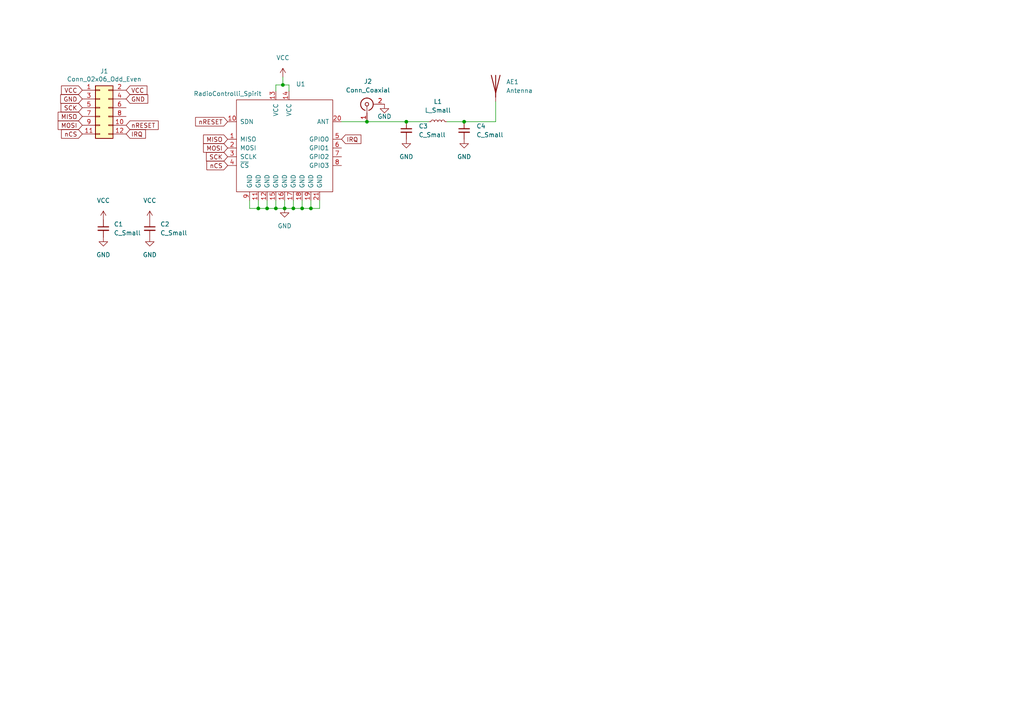
<source format=kicad_sch>
(kicad_sch (version 20211123) (generator eeschema)
  (paper "A4")
  (lib_symbols
    (symbol "AvS_RadioModule:RadioControlli_Spirit" (pin_names (offset 1.016))
      (property "Reference" "U" (at -8.89 10.16 0))
      (property "Value" "RadioControlli_Spirit" (at 1.27 0 0))
      (symbol "RadioControlli_Spirit_0_1"
        (rectangle (start -12.7 8.89) (end 15.24 -17.78))
      )
      (symbol "RadioControlli_Spirit_1_1"
        (pin output line (at -15.24 -2.54 0) (length 2.54) (name "MISO") (number "1"))
        (pin input line (at -15.24 2.54 0) (length 2.54) (name "SDN") (number "10"))
        (pin power_in line (at -6.35 -20.32 90) (length 2.54) (name "GND") (number "11"))
        (pin power_in line (at -3.81 -20.32 90) (length 2.54) (name "GND") (number "12"))
        (pin power_in line (at -1.27 11.43 270) (length 2.54) (name "VCC") (number "13"))
        (pin power_in line (at 2.54 11.43 270) (length 2.54) (name "VCC") (number "14"))
        (pin power_in line (at -1.27 -20.32 90) (length 2.54) (name "GND") (number "15"))
        (pin power_in line (at 1.27 -20.32 90) (length 2.54) (name "GND") (number "16"))
        (pin power_in line (at 3.81 -20.32 90) (length 2.54) (name "GND") (number "17"))
        (pin power_in line (at 6.35 -20.32 90) (length 2.54) (name "GND") (number "18"))
        (pin power_in line (at 8.89 -20.32 90) (length 2.54) (name "GND") (number "19"))
        (pin input line (at -15.24 -5.08 0) (length 2.54) (name "MOSI") (number "2"))
        (pin bidirectional line (at 17.78 2.54 180) (length 2.54) (name "ANT") (number "20"))
        (pin power_in line (at 11.43 -20.32 90) (length 2.54) (name "GND") (number "21"))
        (pin input line (at -15.24 -7.62 0) (length 2.54) (name "SCLK") (number "3"))
        (pin input line (at -15.24 -10.16 0) (length 2.54) (name "~{CS}") (number "4"))
        (pin bidirectional line (at 17.78 -2.54 180) (length 2.54) (name "GPIO0") (number "5"))
        (pin bidirectional line (at 17.78 -5.08 180) (length 2.54) (name "GPIO1") (number "6"))
        (pin bidirectional line (at 17.78 -7.62 180) (length 2.54) (name "GPIO2") (number "7"))
        (pin bidirectional line (at 17.78 -10.16 180) (length 2.54) (name "GPIO3") (number "8"))
        (pin power_in line (at -8.89 -20.32 90) (length 2.54) (name "GND") (number "9"))
      )
    )
    (symbol "Connector:Conn_Coaxial" (pin_names (offset 1.016) hide)
      (property "Reference" "J" (at 0.254 3.048 0))
      (property "Value" "Conn_Coaxial" (at 2.921 0 90))
      (symbol "Conn_Coaxial_0_1"
        (arc (start -1.778 -0.508) (mid 0.2311 -1.8066) (end 1.778 0) (stroke (width 0.254)))
        (polyline (pts (xy -2.54 0) (xy -0.508 0)))
        (polyline (pts (xy 0 -2.54) (xy 0 -1.778)))
        (circle (center 0 0) (radius 0.508) (stroke (width 0.2032)))
        (arc (start 1.778 0) (mid 0.2099 1.8101) (end -1.778 0.508) (stroke (width 0.254)))
      )
      (symbol "Conn_Coaxial_1_1"
        (pin passive line (at -5.08 0 0) (length 2.54) (name "In") (number "1"))
        (pin passive line (at 0 -5.08 90) (length 2.54) (name "Ext") (number "2"))
      )
    )
    (symbol "Connector_Generic:Conn_02x06_Odd_Even" (pin_names (offset 1.016) hide)
      (property "Reference" "J" (at 1.27 7.62 0))
      (property "Value" "Conn_02x06_Odd_Even" (at 1.27 -10.16 0))
      (symbol "Conn_02x06_Odd_Even_1_1"
        (rectangle (start -1.27 -7.493) (end 0 -7.747) (stroke (width 0.1524)))
        (rectangle (start -1.27 -4.953) (end 0 -5.207) (stroke (width 0.1524)))
        (rectangle (start -1.27 -2.413) (end 0 -2.667) (stroke (width 0.1524)))
        (rectangle (start -1.27 0.127) (end 0 -0.127) (stroke (width 0.1524)))
        (rectangle (start -1.27 2.667) (end 0 2.413) (stroke (width 0.1524)))
        (rectangle (start -1.27 5.207) (end 0 4.953) (stroke (width 0.1524)))
        (rectangle (start -1.27 6.35) (end 3.81 -8.89) (stroke (width 0.254)) (fill (type background)))
        (rectangle (start 3.81 -7.493) (end 2.54 -7.747) (stroke (width 0.1524)))
        (rectangle (start 3.81 -4.953) (end 2.54 -5.207) (stroke (width 0.1524)))
        (rectangle (start 3.81 -2.413) (end 2.54 -2.667) (stroke (width 0.1524)))
        (rectangle (start 3.81 0.127) (end 2.54 -0.127) (stroke (width 0.1524)))
        (rectangle (start 3.81 2.667) (end 2.54 2.413) (stroke (width 0.1524)))
        (rectangle (start 3.81 5.207) (end 2.54 4.953) (stroke (width 0.1524)))
        (pin passive line (at -5.08 5.08 0) (length 3.81) (name "Pin_1") (number "1"))
        (pin passive line (at 7.62 -5.08 180) (length 3.81) (name "Pin_10") (number "10"))
        (pin passive line (at -5.08 -7.62 0) (length 3.81) (name "Pin_11") (number "11"))
        (pin passive line (at 7.62 -7.62 180) (length 3.81) (name "Pin_12") (number "12"))
        (pin passive line (at 7.62 5.08 180) (length 3.81) (name "Pin_2") (number "2"))
        (pin passive line (at -5.08 2.54 0) (length 3.81) (name "Pin_3") (number "3"))
        (pin passive line (at 7.62 2.54 180) (length 3.81) (name "Pin_4") (number "4"))
        (pin passive line (at -5.08 0 0) (length 3.81) (name "Pin_5") (number "5"))
        (pin passive line (at 7.62 0 180) (length 3.81) (name "Pin_6") (number "6"))
        (pin passive line (at -5.08 -2.54 0) (length 3.81) (name "Pin_7") (number "7"))
        (pin passive line (at 7.62 -2.54 180) (length 3.81) (name "Pin_8") (number "8"))
        (pin passive line (at -5.08 -5.08 0) (length 3.81) (name "Pin_9") (number "9"))
      )
    )
    (symbol "Device:Antenna" (pin_numbers hide) (pin_names (offset 1.016) hide)
      (property "Reference" "AE" (at -1.905 1.905 0))
      (property "Value" "Antenna" (at -1.905 0 0))
      (symbol "Antenna_0_1"
        (polyline (pts (xy 0 2.54) (xy 0 -3.81)) (stroke (width 0.254)))
        (polyline (pts (xy 1.27 2.54) (xy 0 -2.54) (xy -1.27 2.54)) (stroke (width 0.254)))
      )
      (symbol "Antenna_1_1"
        (pin input line (at 0 -5.08 90) (length 2.54) (name "A") (number "1"))
      )
    )
    (symbol "Device:C_Small" (pin_numbers hide) (pin_names (offset 0.254) hide)
      (property "Reference" "C" (at 0.254 1.778 0))
      (property "Value" "C_Small" (at 0.254 -2.032 0))
      (symbol "C_Small_0_1"
        (polyline (pts (xy -1.524 -0.508) (xy 1.524 -0.508)) (stroke (width 0.3302)))
        (polyline (pts (xy -1.524 0.508) (xy 1.524 0.508)) (stroke (width 0.3048)))
      )
      (symbol "C_Small_1_1"
        (pin passive line (at 0 2.54 270) (length 2.032) (name "~") (number "1"))
        (pin passive line (at 0 -2.54 90) (length 2.032) (name "~") (number "2"))
      )
    )
    (symbol "Device:L_Small" (pin_numbers hide) (pin_names (offset 0.254) hide)
      (property "Reference" "L" (at 0.762 1.016 0))
      (property "Value" "L_Small" (at 0.762 -1.016 0))
      (symbol "L_Small_0_1"
        (arc (start 0 -2.032) (mid 0.508 -1.524) (end 0 -1.016))
        (arc (start 0 -1.016) (mid 0.508 -0.508) (end 0 0))
        (arc (start 0 0) (mid 0.508 0.508) (end 0 1.016))
        (arc (start 0 1.016) (mid 0.508 1.524) (end 0 2.032))
      )
      (symbol "L_Small_1_1"
        (pin passive line (at 0 2.54 270) (length 0.508) (name "~") (number "1"))
        (pin passive line (at 0 -2.54 90) (length 0.508) (name "~") (number "2"))
      )
    )
    (symbol "power:GND" (power) (pin_names (offset 0))
      (property "Value" "GND" (at 0 -3.81 0))
      (symbol "GND_0_1"
        (polyline (pts (xy 0 0) (xy 0 -1.27) (xy 1.27 -1.27) (xy 0 -2.54) (xy -1.27 -1.27) (xy 0 -1.27)))
      )
      (symbol "GND_1_1"
        (pin power_in line (at 0 0 270) (length 0) hide (name "GND") (number "1"))
      )
    )
    (symbol "power:VCC" (power) (pin_names (offset 0))
      (property "Value" "VCC" (at 0 3.81 0))
      (symbol "VCC_0_1"
        (polyline (pts (xy -0.762 1.27) (xy 0 2.54)))
        (polyline (pts (xy 0 0) (xy 0 2.54)))
        (polyline (pts (xy 0 2.54) (xy 0.762 1.27)))
      )
      (symbol "VCC_1_1"
        (pin power_in line (at 0 0 90) (length 0) hide (name "VCC") (number "1"))
      )
    )
  )
  (junction (at 90.17 60.452))
  (junction (at 82.042 24.638))
  (junction (at 117.856 35.306))
  (junction (at 77.47 60.452))
  (junction (at 82.55 60.452))
  (junction (at 85.09 60.452))
  (junction (at 134.62 35.306))
  (junction (at 87.63 60.452))
  (junction (at 80.01 60.452))
  (junction (at 74.93 60.452))
  (junction (at 106.426 35.306))
  (wire (pts (xy 124.46 35.306) (xy 117.856 35.306)))
  (wire (pts (xy 80.01 26.416) (xy 80.01 24.638)))
  (wire (pts (xy 85.09 58.166) (xy 85.09 60.452)))
  (wire (pts (xy 129.54 35.306) (xy 134.62 35.306)))
  (wire (pts (xy 134.62 35.306) (xy 143.764 35.306)))
  (wire (pts (xy 90.17 58.166) (xy 90.17 60.452)))
  (wire (pts (xy 72.39 58.166) (xy 72.39 60.452)))
  (wire (pts (xy 82.55 60.452) (xy 85.09 60.452)))
  (wire (pts (xy 80.01 24.638) (xy 82.042 24.638)))
  (wire (pts (xy 99.06 35.306) (xy 106.426 35.306)))
  (wire (pts (xy 77.47 58.166) (xy 77.47 60.452)))
  (wire (pts (xy 77.47 60.452) (xy 80.01 60.452)))
  (wire (pts (xy 82.042 22.352) (xy 82.042 24.638)))
  (wire (pts (xy 82.042 24.638) (xy 83.82 24.638)))
  (wire (pts (xy 106.426 35.306) (xy 117.856 35.306)))
  (wire (pts (xy 83.82 24.638) (xy 83.82 26.416)))
  (wire (pts (xy 82.55 60.452) (xy 82.55 58.166)))
  (wire (pts (xy 80.01 60.452) (xy 82.55 60.452)))
  (wire (pts (xy 87.63 58.166) (xy 87.63 60.452)))
  (wire (pts (xy 74.93 60.452) (xy 77.47 60.452)))
  (wire (pts (xy 90.17 60.452) (xy 92.71 60.452)))
  (wire (pts (xy 92.71 58.166) (xy 92.71 60.452)))
  (wire (pts (xy 72.39 60.452) (xy 74.93 60.452)))
  (wire (pts (xy 85.09 60.452) (xy 87.63 60.452)))
  (wire (pts (xy 87.63 60.452) (xy 90.17 60.452)))
  (wire (pts (xy 143.764 35.306) (xy 143.764 29.464)))
  (wire (pts (xy 80.01 58.166) (xy 80.01 60.452)))
  (wire (pts (xy 74.93 58.166) (xy 74.93 60.452)))
  (global_label "nRESET" (shape input) (at 66.04 35.306 180) (property "Intersheet-verwijzingen" "${INTERSHEET_REFS}" (effects hide)))
  (global_label "MISO" (shape input) (at 23.876 33.782 180) (property "Intersheet-verwijzingen" "${INTERSHEET_REFS}" (effects hide)))
  (global_label "GND" (shape input) (at 36.576 28.702 0) (property "Intersheet-verwijzingen" "${INTERSHEET_REFS}" (effects hide)))
  (global_label "VCC" (shape input) (at 23.876 26.162 180) (property "Intersheet-verwijzingen" "${INTERSHEET_REFS}" (effects hide)))
  (global_label "nCS" (shape input) (at 66.04 48.006 180) (property "Intersheet-verwijzingen" "${INTERSHEET_REFS}" (effects hide)))
  (global_label "GND" (shape input) (at 23.876 28.702 180) (property "Intersheet-verwijzingen" "${INTERSHEET_REFS}" (effects hide)))
  (global_label "SCK" (shape input) (at 23.876 31.242 180) (property "Intersheet-verwijzingen" "${INTERSHEET_REFS}" (effects hide)))
  (global_label "nCS" (shape input) (at 23.876 38.862 180) (property "Intersheet-verwijzingen" "${INTERSHEET_REFS}" (effects hide)))
  (global_label "VCC" (shape input) (at 36.576 26.162 0) (property "Intersheet-verwijzingen" "${INTERSHEET_REFS}" (effects hide)))
  (global_label "IRQ" (shape input) (at 99.06 40.386 0) (property "Intersheet-verwijzingen" "${INTERSHEET_REFS}" (effects hide)))
  (global_label "IRQ" (shape input) (at 36.576 38.862 0) (property "Intersheet-verwijzingen" "${INTERSHEET_REFS}" (effects hide)))
  (global_label "MISO" (shape input) (at 66.04 40.386 180) (property "Intersheet-verwijzingen" "${INTERSHEET_REFS}" (effects hide)))
  (global_label "MOSI" (shape input) (at 66.04 42.926 180) (property "Intersheet-verwijzingen" "${INTERSHEET_REFS}" (effects hide)))
  (global_label "nRESET" (shape input) (at 36.576 36.322 0) (property "Intersheet-verwijzingen" "${INTERSHEET_REFS}" (effects hide)))
  (global_label "SCK" (shape input) (at 66.04 45.466 180) (property "Intersheet-verwijzingen" "${INTERSHEET_REFS}" (effects hide)))
  (global_label "MOSI" (shape input) (at 23.876 36.322 180) (property "Intersheet-verwijzingen" "${INTERSHEET_REFS}" (effects hide)))
  (symbol (lib_id "Connector_Generic:Conn_02x06_Odd_Even") (at 28.956 31.242 0) (unit 1)
    (property "Reference" "J1" (at 30.226 20.6502 0))
    (property "Value" "Conn_02x06_Odd_Even" (at 30.226 22.9616 0))
    (property "Footprint" "Connector_PinHeader_2.54mm:PinHeader_2x06_P2.54mm_Horizontal" (effects hide))
  )
  (symbol (lib_id "Device:Antenna") (at 143.764 24.384 0) (unit 1)
    (property "Reference" "AE1" (at 146.812 23.7489 0) (effects (justify left)))
    (property "Value" "Antenna" (at 146.812 26.2889 0) (effects (justify left)))
    (property "Footprint" "AvS_Antenna:Texas_SWRA416_868MHz_915MHz_Right" (effects hide))
  )
  (symbol (lib_id "power:GND") (at 43.434 68.834 0) (unit 1)
    (property "Reference" "#PWR04" (effects hide))
    (property "Value" "GND" (at 43.434 73.914 0))
  )
  (symbol (lib_id "AvS_RadioModule:RadioControlli_Spirit") (at 81.28 37.846 0) (unit 1)
    (property "Reference" "U1" (at 85.8394 24.384 0) (effects (justify left)))
    (property "Value" "RadioControlli_Spirit" (at 56.134 27.178 0) (effects (justify left)))
    (property "Footprint" "AvS_Modules:RadioControlli-Spirit" (effects hide))
    (property "Datasheet" "https://www.radiocontrolli.com/public/componenti/4755/files/RC-S2LP-868.pdf" (effects hide))
  )
  (symbol (lib_id "power:GND") (at 29.972 68.834 0) (unit 1)
    (property "Reference" "#PWR02" (effects hide))
    (property "Value" "GND" (at 29.972 73.914 0))
  )
  (symbol (lib_id "Device:C_Small") (at 134.62 37.846 0) (unit 1)
    (property "Reference" "C4" (at 138.176 36.5822 0) (effects (justify left)))
    (property "Value" "C_Small" (at 138.176 39.1222 0) (effects (justify left)))
    (property "Footprint" "Capacitor_SMD:C_0603_1608Metric_Pad1.08x0.95mm_HandSolder" (effects hide))
  )
  (symbol (lib_id "Device:L_Small") (at 127 35.306 90) (unit 1)
    (property "Reference" "L1" (at 127 29.464 90))
    (property "Value" "L_Small" (at 127 32.004 90))
    (property "Footprint" "Inductor_SMD:L_0603_1608Metric_Pad1.05x0.95mm_HandSolder" (effects hide))
  )
  (symbol (lib_id "power:GND") (at 82.55 60.452 0) (unit 1)
    (property "Reference" "#PWR06" (effects hide))
    (property "Value" "GND" (at 82.55 65.532 0))
  )
  (symbol (lib_id "power:GND") (at 117.856 40.386 0) (unit 1)
    (property "Reference" "#PWR08" (effects hide))
    (property "Value" "GND" (at 117.856 45.466 0))
  )
  (symbol (lib_id "Device:C_Small") (at 29.972 66.294 0) (unit 1)
    (property "Reference" "C1" (at 33.02 65.0302 0) (effects (justify left)))
    (property "Value" "C_Small" (at 33.02 67.5702 0) (effects (justify left)))
    (property "Footprint" "Capacitor_SMD:C_0805_2012Metric_Pad1.18x1.45mm_HandSolder" (effects hide))
  )
  (symbol (lib_id "power:VCC") (at 82.042 22.352 0) (unit 1)
    (property "Reference" "#PWR05" (effects hide))
    (property "Value" "VCC" (at 82.042 16.764 0))
  )
  (symbol (lib_id "Connector:Conn_Coaxial") (at 106.426 30.226 90) (unit 1)
    (property "Reference" "J2" (at 106.7192 23.622 90))
    (property "Value" "Conn_Coaxial" (at 106.7192 26.162 90))
    (property "Footprint" "AvS_Antenna:HC-RF-IPEX2020-04" (effects hide))
    (property "Datasheet" " ~" (effects hide))
  )
  (symbol (lib_id "power:GND") (at 134.62 40.386 0) (unit 1)
    (property "Reference" "#PWR09" (effects hide))
    (property "Value" "GND" (at 134.62 45.466 0))
  )
  (symbol (lib_id "power:GND") (at 111.506 30.226 0) (unit 1)
    (property "Reference" "#PWR07" (effects hide))
    (property "Value" "GND" (at 111.506 33.782 0))
  )
  (symbol (lib_id "Device:C_Small") (at 117.856 37.846 0) (unit 1)
    (property "Reference" "C3" (at 121.412 36.5822 0) (effects (justify left)))
    (property "Value" "C_Small" (at 121.412 39.1222 0) (effects (justify left)))
    (property "Footprint" "Capacitor_SMD:C_0603_1608Metric_Pad1.08x0.95mm_HandSolder" (effects hide))
  )
  (symbol (lib_id "power:VCC") (at 43.434 63.754 0) (unit 1)
    (property "Reference" "#PWR03" (effects hide))
    (property "Value" "VCC" (at 43.434 58.166 0))
  )
  (symbol (lib_id "power:VCC") (at 29.972 63.754 0) (unit 1)
    (property "Reference" "#PWR01" (effects hide))
    (property "Value" "VCC" (at 29.972 58.166 0))
  )
  (symbol (lib_id "Device:C_Small") (at 43.434 66.294 0) (unit 1)
    (property "Reference" "C2" (at 46.482 65.0302 0) (effects (justify left)))
    (property "Value" "C_Small" (at 46.482 67.5702 0) (effects (justify left)))
    (property "Footprint" "Capacitor_SMD:C_0805_2012Metric_Pad1.18x1.45mm_HandSolder" (effects hide))
  )
)
</source>
